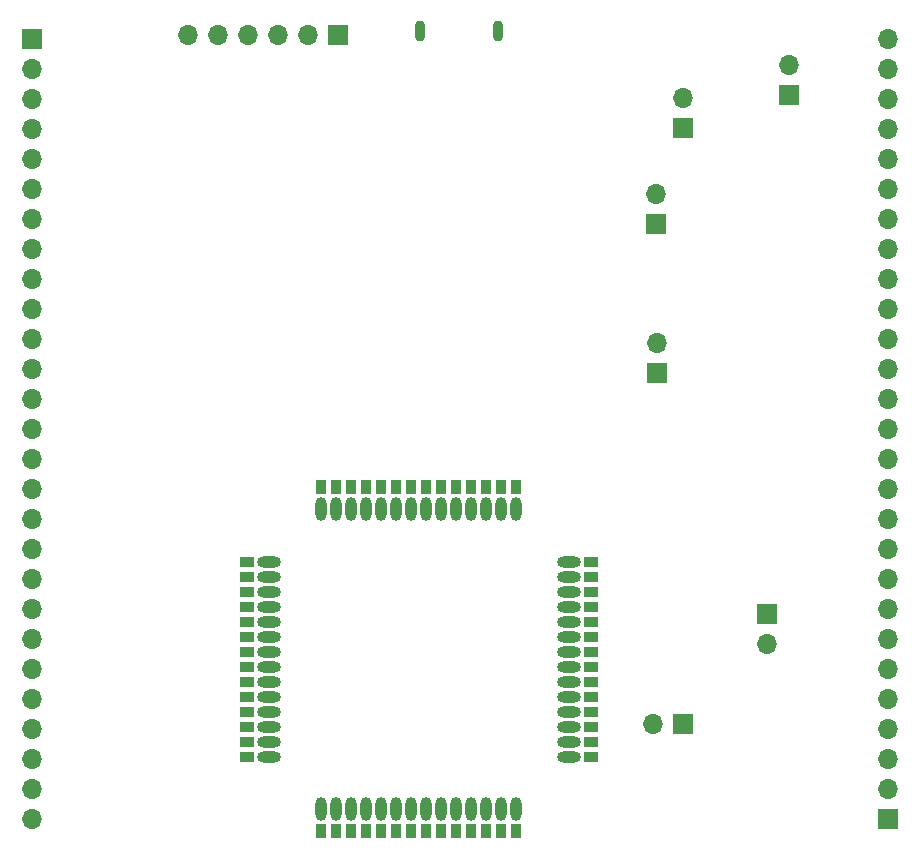
<source format=gbr>
%TF.GenerationSoftware,KiCad,Pcbnew,(6.0.5-0)*%
%TF.CreationDate,2022-06-28T13:32:59-07:00*%
%TF.ProjectId,caravel_pcb_v3_FTDI_flexy,63617261-7665-46c5-9f70-63625f76335f,rev?*%
%TF.SameCoordinates,Original*%
%TF.FileFunction,Soldermask,Bot*%
%TF.FilePolarity,Negative*%
%FSLAX46Y46*%
G04 Gerber Fmt 4.6, Leading zero omitted, Abs format (unit mm)*
G04 Created by KiCad (PCBNEW (6.0.5-0)) date 2022-06-28 13:32:59*
%MOMM*%
%LPD*%
G01*
G04 APERTURE LIST*
%ADD10C,0.500000*%
%ADD11O,0.900000X1.800000*%
%ADD12R,1.700000X1.700000*%
%ADD13O,1.700000X1.700000*%
%ADD14O,2.000000X0.950000*%
%ADD15R,1.300000X0.900000*%
%ADD16O,0.950000X2.000000*%
%ADD17R,0.900000X1.300000*%
G04 APERTURE END LIST*
D10*
%TO.C,J1*%
X134700000Y-60325000D03*
X141300000Y-60325000D03*
D11*
X141300000Y-60325000D03*
X134700000Y-60325000D03*
%TD*%
D12*
%TO.C,J5*%
X156953500Y-118999000D03*
D13*
X154413500Y-118999000D03*
%TD*%
D12*
%TO.C,J7*%
X127762000Y-60706000D03*
D13*
X125222000Y-60706000D03*
X122682000Y-60706000D03*
X120142000Y-60706000D03*
X117602000Y-60706000D03*
X115062000Y-60706000D03*
%TD*%
D12*
%TO.C,J10*%
X101854000Y-61061600D03*
D13*
X101854000Y-63601600D03*
X101854000Y-66141600D03*
X101854000Y-68681600D03*
X101854000Y-71221600D03*
X101854000Y-73761600D03*
X101854000Y-76301600D03*
X101854000Y-78841600D03*
X101854000Y-81381600D03*
X101854000Y-83921600D03*
X101854000Y-86461600D03*
X101854000Y-89001600D03*
X101854000Y-91541600D03*
X101854000Y-94081600D03*
X101854000Y-96621600D03*
X101854000Y-99161600D03*
X101854000Y-101701600D03*
X101854000Y-104241600D03*
X101854000Y-106781600D03*
X101854000Y-109321600D03*
X101854000Y-111861600D03*
X101854000Y-114401600D03*
X101854000Y-116941600D03*
X101854000Y-119481600D03*
X101854000Y-122021600D03*
X101854000Y-124561600D03*
X101854000Y-127101600D03*
%TD*%
D12*
%TO.C,J6*%
X164060500Y-109728000D03*
D13*
X164060500Y-112268000D03*
%TD*%
D12*
%TO.C,J3*%
X156972000Y-68585000D03*
D13*
X156972000Y-66045000D03*
%TD*%
D12*
%TO.C,J11*%
X174345600Y-127101600D03*
D13*
X174345600Y-124561600D03*
X174345600Y-122021600D03*
X174345600Y-119481600D03*
X174345600Y-116941600D03*
X174345600Y-114401600D03*
X174345600Y-111861600D03*
X174345600Y-109321600D03*
X174345600Y-106781600D03*
X174345600Y-104241600D03*
X174345600Y-101701600D03*
X174345600Y-99161600D03*
X174345600Y-96621600D03*
X174345600Y-94081600D03*
X174345600Y-91541600D03*
X174345600Y-89001600D03*
X174345600Y-86461600D03*
X174345600Y-83921600D03*
X174345600Y-81381600D03*
X174345600Y-78841600D03*
X174345600Y-76301600D03*
X174345600Y-73761600D03*
X174345600Y-71221600D03*
X174345600Y-68681600D03*
X174345600Y-66141600D03*
X174345600Y-63601600D03*
X174345600Y-61061600D03*
%TD*%
D12*
%TO.C,J2*%
X165989000Y-65791000D03*
D13*
X165989000Y-63251000D03*
%TD*%
D12*
%TO.C,J8*%
X154686000Y-76713000D03*
D13*
X154686000Y-74173000D03*
%TD*%
D12*
%TO.C,J9*%
X154736800Y-89286000D03*
D13*
X154736800Y-86746000D03*
%TD*%
D14*
%TO.C,U6*%
X147320000Y-121786000D03*
D15*
X149170000Y-121786000D03*
X149170000Y-120516000D03*
D14*
X147320000Y-120516000D03*
X147320000Y-119246000D03*
D15*
X149170000Y-119246000D03*
D14*
X147320000Y-117976000D03*
D15*
X149170000Y-117976000D03*
X149170000Y-116706000D03*
D14*
X147320000Y-116706000D03*
D15*
X149170000Y-115436000D03*
D14*
X147320000Y-115436000D03*
D15*
X149170000Y-114166000D03*
D14*
X147320000Y-114166000D03*
X147320000Y-112896000D03*
D15*
X149170000Y-112896000D03*
X149170000Y-111626000D03*
D14*
X147320000Y-111626000D03*
D15*
X149170000Y-110356000D03*
D14*
X147320000Y-110356000D03*
X147320000Y-109086000D03*
D15*
X149170000Y-109086000D03*
X149170000Y-107816000D03*
D14*
X147320000Y-107816000D03*
X147320000Y-106546000D03*
D15*
X149170000Y-106546000D03*
D14*
X147320000Y-105276000D03*
D15*
X149170000Y-105276000D03*
D16*
X142875000Y-100831000D03*
D17*
X142875000Y-98981000D03*
X141605000Y-98981000D03*
D16*
X141605000Y-100831000D03*
X140335000Y-100831000D03*
D17*
X140335000Y-98981000D03*
D16*
X139065000Y-100831000D03*
D17*
X139065000Y-98981000D03*
D16*
X137795000Y-100831000D03*
D17*
X137795000Y-98981000D03*
X136525000Y-98981000D03*
D16*
X136525000Y-100831000D03*
X135255000Y-100831000D03*
D17*
X135255000Y-98981000D03*
X133985000Y-98981000D03*
D16*
X133985000Y-100831000D03*
X132715000Y-100831000D03*
D17*
X132715000Y-98981000D03*
X131445000Y-98981000D03*
D16*
X131445000Y-100831000D03*
X130175000Y-100831000D03*
D17*
X130175000Y-98981000D03*
D16*
X128905000Y-100831000D03*
D17*
X128905000Y-98981000D03*
D16*
X127635000Y-100831000D03*
D17*
X127635000Y-98981000D03*
X126365000Y-98981000D03*
D16*
X126365000Y-100831000D03*
D14*
X121946000Y-105276000D03*
D15*
X120096000Y-105276000D03*
X120096000Y-106546000D03*
D14*
X121946000Y-106546000D03*
D15*
X120096000Y-107816000D03*
D14*
X121946000Y-107816000D03*
X121946000Y-109086000D03*
D15*
X120096000Y-109086000D03*
D14*
X121946000Y-110356000D03*
D15*
X120096000Y-110356000D03*
D14*
X121946000Y-111626000D03*
D15*
X120096000Y-111626000D03*
X120096000Y-112896000D03*
D14*
X121946000Y-112896000D03*
D15*
X120096000Y-114166000D03*
D14*
X121946000Y-114166000D03*
X121946000Y-115436000D03*
D15*
X120096000Y-115436000D03*
D14*
X121946000Y-116706000D03*
D15*
X120096000Y-116706000D03*
D14*
X121946000Y-117976000D03*
D15*
X120096000Y-117976000D03*
X120096000Y-119246000D03*
D14*
X121946000Y-119246000D03*
D15*
X120096000Y-120516000D03*
D14*
X121946000Y-120516000D03*
D15*
X120096000Y-121786000D03*
D14*
X121946000Y-121786000D03*
D16*
X126365000Y-126231000D03*
D17*
X126365000Y-128081000D03*
D16*
X127635000Y-126231000D03*
D17*
X127635000Y-128081000D03*
D16*
X128905000Y-126231000D03*
D17*
X128905000Y-128081000D03*
D16*
X130175000Y-126231000D03*
D17*
X130175000Y-128081000D03*
X131445000Y-128081000D03*
D16*
X131445000Y-126231000D03*
X132715000Y-126231000D03*
D17*
X132715000Y-128081000D03*
X133985000Y-128081000D03*
D16*
X133985000Y-126231000D03*
D17*
X135255000Y-128081000D03*
D16*
X135255000Y-126231000D03*
D17*
X136525000Y-128081000D03*
D16*
X136525000Y-126231000D03*
D17*
X137795000Y-128081000D03*
D16*
X137795000Y-126231000D03*
D17*
X139065000Y-128081000D03*
D16*
X139065000Y-126231000D03*
D17*
X140335000Y-128081000D03*
D16*
X140335000Y-126231000D03*
X141605000Y-126231000D03*
D17*
X141605000Y-128081000D03*
X142875000Y-128081000D03*
D16*
X142875000Y-126231000D03*
%TD*%
M02*

</source>
